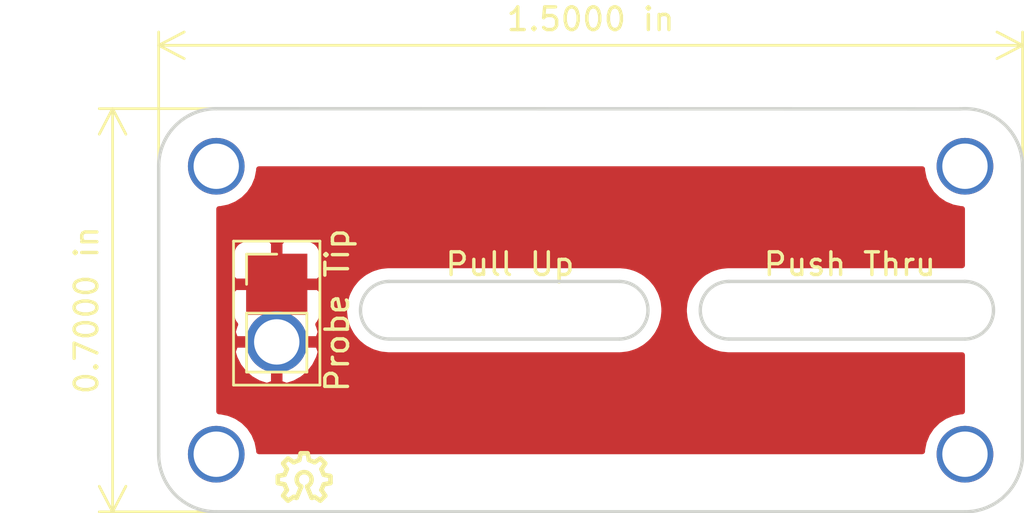
<source format=kicad_pcb>
(kicad_pcb (version 20171130) (host pcbnew "(5.1.6)-1")

  (general
    (thickness 1.6)
    (drawings 89)
    (tracks 0)
    (zones 0)
    (modules 5)
    (nets 2)
  )

  (page A4)
  (layers
    (0 F.Cu signal)
    (31 B.Cu signal)
    (32 B.Adhes user)
    (33 F.Adhes user)
    (34 B.Paste user)
    (35 F.Paste user)
    (36 B.SilkS user)
    (37 F.SilkS user)
    (38 B.Mask user)
    (39 F.Mask user)
    (40 Dwgs.User user)
    (41 Cmts.User user)
    (42 Eco1.User user)
    (43 Eco2.User user)
    (44 Edge.Cuts user)
    (45 Margin user)
    (46 B.CrtYd user)
    (47 F.CrtYd user)
    (48 B.Fab user)
    (49 F.Fab user)
  )

  (setup
    (last_trace_width 0.25)
    (trace_clearance 0.2)
    (zone_clearance 0.508)
    (zone_45_only no)
    (trace_min 0.2)
    (via_size 0.8)
    (via_drill 0.4)
    (via_min_size 0.4)
    (via_min_drill 0.3)
    (uvia_size 0.3)
    (uvia_drill 0.1)
    (uvias_allowed no)
    (uvia_min_size 0.2)
    (uvia_min_drill 0.1)
    (edge_width 0.05)
    (segment_width 0.2)
    (pcb_text_width 0.3)
    (pcb_text_size 1.5 1.5)
    (mod_edge_width 0.12)
    (mod_text_size 1 1)
    (mod_text_width 0.15)
    (pad_size 2.7 2.7)
    (pad_drill 0)
    (pad_to_mask_clearance 0.05)
    (aux_axis_origin 0 0)
    (visible_elements 7FFFFFFF)
    (pcbplotparams
      (layerselection 0x010fc_ffffffff)
      (usegerberextensions false)
      (usegerberattributes true)
      (usegerberadvancedattributes true)
      (creategerberjobfile true)
      (excludeedgelayer true)
      (linewidth 0.100000)
      (plotframeref false)
      (viasonmask false)
      (mode 1)
      (useauxorigin false)
      (hpglpennumber 1)
      (hpglpenspeed 20)
      (hpglpendiameter 15.000000)
      (psnegative false)
      (psa4output false)
      (plotreference true)
      (plotvalue true)
      (plotinvisibletext false)
      (padsonsilk false)
      (subtractmaskfromsilk false)
      (outputformat 1)
      (mirror false)
      (drillshape 1)
      (scaleselection 1)
      (outputdirectory ""))
  )

  (net 0 "")
  (net 1 GNDREF)

  (net_class Default "This is the default net class."
    (clearance 0.2)
    (trace_width 0.25)
    (via_dia 0.8)
    (via_drill 0.4)
    (uvia_dia 0.3)
    (uvia_drill 0.1)
    (add_net GNDREF)
  )

  (module Connector_PinHeader_2.54mm:PinHeader_1x02_P2.54mm_Vertical (layer F.Cu) (tedit 5F54FA38) (tstamp 5F51EA7E)
    (at 99.187 61.087)
    (descr "Through hole straight pin header, 1x02, 2.54mm pitch, single row")
    (tags "Through hole pin header THT 1x02 2.54mm single row")
    (path /5F519C31)
    (fp_text reference J1 (at 0 -2.33) (layer F.SilkS) hide
      (effects (font (size 1 1) (thickness 0.15)))
    )
    (fp_text value Conn_01x02 (at 0 4.87) (layer F.Fab)
      (effects (font (size 1 1) (thickness 0.15)))
    )
    (fp_text user %R (at 0 1.27 90) (layer F.Fab)
      (effects (font (size 1 1) (thickness 0.15)))
    )
    (fp_line (start -0.635 -1.27) (end 1.27 -1.27) (layer F.Fab) (width 0.1))
    (fp_line (start 1.27 -1.27) (end 1.27 3.81) (layer F.Fab) (width 0.1))
    (fp_line (start 1.27 3.81) (end -1.27 3.81) (layer F.Fab) (width 0.1))
    (fp_line (start -1.27 3.81) (end -1.27 -0.635) (layer F.Fab) (width 0.1))
    (fp_line (start -1.27 -0.635) (end -0.635 -1.27) (layer F.Fab) (width 0.1))
    (fp_line (start -1.33 3.87) (end 1.33 3.87) (layer F.SilkS) (width 0.12))
    (fp_line (start -1.33 1.27) (end -1.33 3.87) (layer F.SilkS) (width 0.12))
    (fp_line (start 1.33 1.27) (end 1.33 3.87) (layer F.SilkS) (width 0.12))
    (fp_line (start -1.33 1.27) (end 1.33 1.27) (layer F.SilkS) (width 0.12))
    (fp_line (start -1.33 0) (end -1.33 -1.33) (layer F.SilkS) (width 0.12))
    (fp_line (start -1.33 -1.33) (end 0 -1.33) (layer F.SilkS) (width 0.12))
    (fp_line (start -1.8 -1.8) (end -1.8 4.35) (layer F.CrtYd) (width 0.05))
    (fp_line (start -1.8 4.35) (end 1.8 4.35) (layer F.CrtYd) (width 0.05))
    (fp_line (start 1.8 4.35) (end 1.8 -1.8) (layer F.CrtYd) (width 0.05))
    (fp_line (start 1.8 -1.8) (end -1.8 -1.8) (layer F.CrtYd) (width 0.05))
    (pad 2 thru_hole oval (at 0 2.54) (size 2.7 2.7) (drill 2) (layers *.Cu *.Mask)
      (net 1 GNDREF))
    (pad 1 smd rect (at 0 0) (size 2.7 2.7) (layers F.Cu F.Paste F.Mask)
      (net 1 GNDREF))
  )

  (module MountingHole:MountingHole_2mm (layer F.Cu) (tedit 5F54F92F) (tstamp 5F51EA4B)
    (at 129.54 68.58)
    (descr "Mounting Hole 2mm, no annular")
    (tags "mounting hole 2mm no annular")
    (path /5F519B81)
    (attr virtual)
    (fp_text reference H4 (at 0 -3.2) (layer F.SilkS) hide
      (effects (font (size 1 1) (thickness 0.15)))
    )
    (fp_text value MountingHole (at 0 3.1) (layer F.Fab) hide
      (effects (font (size 1 1) (thickness 0.15)))
    )
    (fp_circle (center 0 0) (end 2.25 0) (layer F.CrtYd) (width 0.05))
    (fp_circle (center 0 0) (end 2 0) (layer Cmts.User) (width 0.15))
    (fp_text user %R (at 0.3 0) (layer F.Fab) hide
      (effects (font (size 1 1) (thickness 0.15)))
    )
    (pad "" np_thru_hole circle (at 0 0) (size 2.5 2.5) (drill 2) (layers *.Cu *.Mask))
  )

  (module MountingHole:MountingHole_2mm (layer F.Cu) (tedit 5F54F911) (tstamp 5F51EA43)
    (at 96.52 68.58)
    (descr "Mounting Hole 2mm, no annular")
    (tags "mounting hole 2mm no annular")
    (path /5F5199DC)
    (attr virtual)
    (fp_text reference H3 (at 0 -3.2) (layer F.SilkS) hide
      (effects (font (size 1 1) (thickness 0.15)))
    )
    (fp_text value MountingHole (at 0 3.1) (layer F.Fab) hide
      (effects (font (size 1 1) (thickness 0.15)))
    )
    (fp_circle (center 0 0) (end 2.25 0) (layer F.CrtYd) (width 0.05))
    (fp_circle (center 0 0) (end 2 0) (layer Cmts.User) (width 0.15))
    (fp_text user %R (at 0.3 0) (layer F.Fab) hide
      (effects (font (size 1 1) (thickness 0.15)))
    )
    (pad "" np_thru_hole circle (at 0 0) (size 2.5 2.5) (drill 2) (layers *.Cu *.Mask))
  )

  (module MountingHole:MountingHole_2mm (layer F.Cu) (tedit 5F54F91A) (tstamp 5F51EA3B)
    (at 129.54 55.88)
    (descr "Mounting Hole 2mm, no annular")
    (tags "mounting hole 2mm no annular")
    (path /5F519860)
    (attr virtual)
    (fp_text reference H2 (at 0 -3.2) (layer F.SilkS) hide
      (effects (font (size 1 1) (thickness 0.15)))
    )
    (fp_text value MountingHole (at 0 2.794) (layer F.Fab) hide
      (effects (font (size 1 1) (thickness 0.15)))
    )
    (fp_circle (center 0 0) (end 2.25 0) (layer F.CrtYd) (width 0.05))
    (fp_circle (center 0 0) (end 2 0) (layer Cmts.User) (width 0.15))
    (fp_text user %R (at 0.3 0) (layer F.Fab) hide
      (effects (font (size 1 1) (thickness 0.15)))
    )
    (pad "" np_thru_hole circle (at 0 0) (size 2.5 2.5) (drill 2) (layers *.Cu *.Mask))
  )

  (module MountingHole:MountingHole_2mm (layer F.Cu) (tedit 5F54F902) (tstamp 5F51EA33)
    (at 96.52 55.88)
    (descr "Mounting Hole 2mm, no annular")
    (tags "mounting hole 2mm no annular")
    (path /5F51929B)
    (attr virtual)
    (fp_text reference H1 (at 0 -3.2) (layer F.SilkS) hide
      (effects (font (size 1 1) (thickness 0.15)))
    )
    (fp_text value MountingHole (at 0 3.1) (layer F.Fab) hide
      (effects (font (size 1 1) (thickness 0.15)))
    )
    (fp_circle (center 0 0) (end 2.25 0) (layer F.CrtYd) (width 0.05))
    (fp_circle (center 0 0) (end 2 0) (layer Cmts.User) (width 0.15))
    (fp_text user %R (at 0.3 0) (layer F.Fab) hide
      (effects (font (size 1 1) (thickness 0.15)))
    )
    (pad "" np_thru_hole circle (at 0 0) (size 2.5 2.5) (drill 2) (layers *.Cu *.Mask))
  )

  (dimension 17.78 (width 0.12) (layer F.SilkS)
    (gr_text "0.7000 in" (at 90.678 62.23 270) (layer F.SilkS)
      (effects (font (size 1 1) (thickness 0.15)))
    )
    (feature1 (pts (xy 97.79 71.12) (xy 91.361579 71.12)))
    (feature2 (pts (xy 97.79 53.34) (xy 91.361579 53.34)))
    (crossbar (pts (xy 91.948 53.34) (xy 91.948 71.12)))
    (arrow1a (pts (xy 91.948 71.12) (xy 91.361579 69.993496)))
    (arrow1b (pts (xy 91.948 71.12) (xy 92.534421 69.993496)))
    (arrow2a (pts (xy 91.948 53.34) (xy 91.361579 54.466504)))
    (arrow2b (pts (xy 91.948 53.34) (xy 92.534421 54.466504)))
  )
  (dimension 38.1 (width 0.12) (layer F.SilkS)
    (gr_text "1.5 in" (at 113.03 49.276) (layer F.SilkS)
      (effects (font (size 1 1) (thickness 0.15)))
    )
    (feature1 (pts (xy 132.08 55.88) (xy 132.08 49.959579)))
    (feature2 (pts (xy 93.98 55.88) (xy 93.98 49.959579)))
    (crossbar (pts (xy 93.98 50.546) (xy 132.08 50.546)))
    (arrow1a (pts (xy 132.08 50.546) (xy 130.953496 51.132421)))
    (arrow1b (pts (xy 132.08 50.546) (xy 130.953496 49.959579)))
    (arrow2a (pts (xy 93.98 50.546) (xy 95.106504 51.132421)))
    (arrow2b (pts (xy 93.98 50.546) (xy 95.106504 49.959579)))
  )
  (gr_arc (start 101.107376 70.609359) (end 101.09897 70.621783) (angle -79.08031138) (layer F.SilkS) (width 0.2))
  (gr_line (start 101.256862 69.917454) (end 101.160172 70.150884) (layer F.SilkS) (width 0.2))
  (gr_arc (start 100.737119 70.491725) (end 100.723232 70.497395) (angle -90.2895947) (layer F.SilkS) (width 0.2))
  (gr_arc (start 101.27072 69.923194) (end 101.267879 69.908465) (angle -56.58031138) (layer F.SilkS) (width 0.2))
  (gr_line (start 101.161606 70.16503) (end 101.320647 70.400106) (layer F.SilkS) (width 0.2))
  (gr_line (start 101.546562 69.8547) (end 101.267879 69.908465) (layer F.SilkS) (width 0.2))
  (gr_line (start 100.723232 70.497395) (end 100.526442 70.015428) (layer F.SilkS) (width 0.2))
  (gr_arc (start 101.17403 70.156624) (end 101.160172 70.150884) (angle -56.58031138) (layer F.SilkS) (width 0.2))
  (gr_arc (start 101.543721 69.839972) (end 101.546562 69.8547) (angle -79.08031138) (layer F.SilkS) (width 0.2))
  (gr_arc (start 100.855489 70.475166) (end 100.863894 70.462742) (angle -56.58031138) (layer F.SilkS) (width 0.2))
  (gr_arc (start 101.308224 70.408512) (end 101.31883 70.419118) (angle -79.08031138) (layer F.SilkS) (width 0.2))
  (gr_line (start 101.31883 70.419118) (end 101.117982 70.619966) (layer F.SilkS) (width 0.2))
  (gr_line (start 101.09897 70.621783) (end 100.863894 70.462742) (layer F.SilkS) (width 0.2))
  (gr_arc (start 100.540329 70.009758) (end 100.534058 69.996132) (angle -87.49537326) (layer F.SilkS) (width 0.2))
  (gr_line (start 100.849748 70.461308) (end 100.742859 70.505583) (layer F.SilkS) (width 0.2))
  (gr_line (start 101.320647 68.995795) (end 101.161606 69.230872) (layer F.SilkS) (width 0.2))
  (gr_arc (start 100.855489 68.920736) (end 100.849748 68.934594) (angle -56.58031138) (layer F.SilkS) (width 0.2))
  (gr_line (start 100.616318 68.837904) (end 100.849748 68.934594) (layer F.SilkS) (width 0.2))
  (gr_line (start 99.943882 68.934594) (end 100.177312 68.837904) (layer F.SilkS) (width 0.2))
  (gr_arc (start 99.686254 68.786542) (end 99.69466 68.774118) (angle -79.08031138) (layer F.SilkS) (width 0.2))
  (gr_arc (start 100.622058 68.824045) (end 100.60733 68.826887) (angle -56.58031138) (layer F.SilkS) (width 0.2))
  (gr_arc (start 100.171572 68.824045) (end 100.177312 68.837904) (angle -56.58031138) (layer F.SilkS) (width 0.2))
  (gr_arc (start 99.938141 68.920736) (end 99.929736 68.933159) (angle -56.58031138) (layer F.SilkS) (width 0.2))
  (gr_line (start 100.186301 68.826887) (end 100.240066 68.548204) (layer F.SilkS) (width 0.2))
  (gr_line (start 99.632024 69.230872) (end 99.472983 68.995795) (layer F.SilkS) (width 0.2))
  (gr_arc (start 101.17403 69.239277) (end 101.161606 69.230872) (angle -56.58031138) (layer F.SilkS) (width 0.2))
  (gr_line (start 101.117982 68.775936) (end 101.31883 68.976783) (layer F.SilkS) (width 0.2))
  (gr_line (start 100.863894 68.933159) (end 101.09897 68.774118) (layer F.SilkS) (width 0.2))
  (gr_line (start 100.553564 68.548204) (end 100.60733 68.826887) (layer F.SilkS) (width 0.2))
  (gr_line (start 99.4748 68.976783) (end 99.675648 68.775936) (layer F.SilkS) (width 0.2))
  (gr_arc (start 101.308224 68.98739) (end 101.320647 68.995795) (angle -79.08031138) (layer F.SilkS) (width 0.2))
  (gr_arc (start 101.107376 68.786542) (end 101.117982 68.775936) (angle -79.08031138) (layer F.SilkS) (width 0.2))
  (gr_arc (start 100.254794 68.551045) (end 100.254794 68.536045) (angle -79.08031138) (layer F.SilkS) (width 0.2))
  (gr_arc (start 99.6196 69.239277) (end 99.633458 69.245017) (angle -56.58031138) (layer F.SilkS) (width 0.2))
  (gr_line (start 99.69466 68.774118) (end 99.929736 68.933159) (layer F.SilkS) (width 0.2))
  (gr_line (start 101.558721 69.55593) (end 101.558721 69.839972) (layer F.SilkS) (width 0.2))
  (gr_arc (start 101.543721 69.55593) (end 101.558721 69.55593) (angle -79.08031138) (layer F.SilkS) (width 0.2))
  (gr_line (start 100.254794 68.536045) (end 100.538836 68.536045) (layer F.SilkS) (width 0.2))
  (gr_line (start 101.267879 69.487436) (end 101.546562 69.541202) (layer F.SilkS) (width 0.2))
  (gr_arc (start 101.27072 69.472708) (end 101.256862 69.478448) (angle -56.58031138) (layer F.SilkS) (width 0.2))
  (gr_line (start 101.160172 69.245017) (end 101.256862 69.478448) (layer F.SilkS) (width 0.2))
  (gr_arc (start 100.538836 68.551045) (end 100.553564 68.548204) (angle -79.08031138) (layer F.SilkS) (width 0.2))
  (gr_arc (start 99.485406 68.98739) (end 99.4748 68.976783) (angle -79.08031138) (layer F.SilkS) (width 0.2))
  (gr_arc (start 99.24991 69.55593) (end 99.247068 69.541202) (angle -79.08031138) (layer F.SilkS) (width 0.2))
  (gr_line (start 99.23491 69.839972) (end 99.23491 69.55593) (layer F.SilkS) (width 0.2))
  (gr_arc (start 99.24991 69.839972) (end 99.23491 69.839972) (angle -79.08031138) (layer F.SilkS) (width 0.2))
  (gr_line (start 99.525751 69.908465) (end 99.247068 69.8547) (layer F.SilkS) (width 0.2))
  (gr_line (start 99.633458 70.150884) (end 99.536768 69.917454) (layer F.SilkS) (width 0.2))
  (gr_arc (start 99.6196 70.156624) (end 99.632024 70.16503) (angle -56.58031138) (layer F.SilkS) (width 0.2))
  (gr_line (start 100.050771 70.505583) (end 99.943882 70.461308) (layer F.SilkS) (width 0.2))
  (gr_line (start 99.472983 70.400106) (end 99.632024 70.16503) (layer F.SilkS) (width 0.2))
  (gr_arc (start 99.485406 70.408512) (end 99.472983 70.400106) (angle -79.08031138) (layer F.SilkS) (width 0.2))
  (gr_line (start 99.675648 70.619966) (end 99.4748 70.419118) (layer F.SilkS) (width 0.2))
  (gr_line (start 100.267188 70.015428) (end 100.070399 70.497395) (layer F.SilkS) (width 0.2))
  (gr_arc (start 100.056512 70.491725) (end 100.050771 70.505583) (angle -90.2895947) (layer F.SilkS) (width 0.2))
  (gr_arc (start 99.686254 70.609359) (end 99.675648 70.619966) (angle -79.08031138) (layer F.SilkS) (width 0.2))
  (gr_arc (start 99.938141 70.475166) (end 99.943882 70.461308) (angle -56.58031138) (layer F.SilkS) (width 0.2))
  (gr_arc (start 100.253301 70.009758) (end 100.267188 70.015428) (angle -87.49537326) (layer F.SilkS) (width 0.2))
  (gr_line (start 99.929736 70.462742) (end 99.69466 70.621783) (layer F.SilkS) (width 0.2))
  (gr_arc (start 99.52291 69.923194) (end 99.536768 69.917454) (angle -56.58031138) (layer F.SilkS) (width 0.2))
  (gr_line (start 99.536768 69.478448) (end 99.633458 69.245017) (layer F.SilkS) (width 0.2))
  (gr_arc (start 99.52291 69.472708) (end 99.525751 69.487436) (angle -56.58031138) (layer F.SilkS) (width 0.2))
  (gr_line (start 99.247068 69.541202) (end 99.525751 69.487436) (layer F.SilkS) (width 0.2))
  (gr_arc (start 100.396815 69.697951) (end 100.534058 69.996132) (angle -310.5699359) (layer F.SilkS) (width 0.2))
  (gr_text "Probe Tip" (at 101.854 62.23 90) (layer F.SilkS)
    (effects (font (size 1 1) (thickness 0.15)))
  )
  (gr_text "Pull Up" (at 109.474 60.198) (layer F.SilkS)
    (effects (font (size 1 1) (thickness 0.15)))
  )
  (gr_text "Push Thru" (at 124.46 60.198) (layer F.SilkS)
    (effects (font (size 1 1) (thickness 0.15)))
  )
  (gr_line (start 97.282 65.532) (end 97.282 59.182) (layer F.SilkS) (width 0.12) (tstamp 5F552466))
  (gr_line (start 101.092 65.532) (end 97.282 65.532) (layer F.SilkS) (width 0.12))
  (gr_line (start 101.092 59.182) (end 101.092 65.532) (layer F.SilkS) (width 0.12))
  (gr_line (start 97.282 59.182) (end 101.092 59.182) (layer F.SilkS) (width 0.12))
  (gr_arc (start 129.54 62.23) (end 129.54 60.96) (angle 180) (layer Edge.Cuts) (width 0.15) (tstamp 5F5523C5))
  (gr_line (start 104.14 63.5) (end 114.3 63.5) (layer Edge.Cuts) (width 0.15) (tstamp 5F5523B5))
  (gr_line (start 104.14 60.96) (end 114.3 60.96) (layer Edge.Cuts) (width 0.15) (tstamp 5F5523B5))
  (gr_arc (start 114.3 62.23) (end 114.3 60.96) (angle 180) (layer Edge.Cuts) (width 0.15) (tstamp 5F5523A1))
  (gr_arc (start 119.126 62.23) (end 119.126 60.96) (angle -180) (layer Edge.Cuts) (width 0.15) (tstamp 5F5523A1))
  (gr_arc (start 104.14 62.23) (end 104.14 60.96) (angle -180) (layer Edge.Cuts) (width 0.15))
  (gr_line (start 93.98 55.88) (end 93.98 68.58) (layer Edge.Cuts) (width 0.15) (tstamp 5F51EF03))
  (gr_line (start 132.08 55.88) (end 132.08 68.58) (layer Edge.Cuts) (width 0.15) (tstamp 5F51EEE7))
  (gr_line (start 119.126 63.5) (end 129.54 63.5) (layer Edge.Cuts) (width 0.15))
  (gr_line (start 119.126 60.96) (end 129.54 60.96) (layer Edge.Cuts) (width 0.15))
  (gr_line (start 96.52 71.12) (end 129.54 71.12) (layer Edge.Cuts) (width 0.15) (tstamp 5F51EEE1))
  (gr_arc (start 129.54 68.58) (end 129.54 71.12) (angle -90) (layer Edge.Cuts) (width 0.15))
  (gr_line (start 96.52 53.34) (end 129.327458 53.348908) (layer Edge.Cuts) (width 0.15) (tstamp 5F51EEDE))
  (gr_arc (start 129.54 55.88) (end 132.08 55.88) (angle -94.8) (layer Edge.Cuts) (width 0.15))
  (gr_arc (start 96.52 55.88) (end 96.52 53.34) (angle -90) (layer Edge.Cuts) (width 0.15))
  (gr_arc (start 96.52 68.58) (end 93.98 68.58) (angle -90) (layer Edge.Cuts) (width 0.15))

  (zone (net 1) (net_name GNDREF) (layer F.Cu) (tstamp 0) (hatch edge 0.508)
    (connect_pads (clearance 0.508))
    (min_thickness 0.254)
    (fill yes (arc_segments 32) (thermal_gap 0.508) (thermal_bridge_width 0.508))
    (polygon
      (pts
        (xy 129.54 68.58) (xy 96.52 68.58) (xy 96.52 55.88) (xy 129.54 55.88)
      )
    )
    (filled_polygon
      (pts
        (xy 127.655 56.065656) (xy 127.727439 56.429834) (xy 127.869534 56.772882) (xy 128.075825 57.081618) (xy 128.338382 57.344175)
        (xy 128.647118 57.550466) (xy 128.990166 57.692561) (xy 129.354344 57.765) (xy 129.413 57.765) (xy 129.413 60.25)
        (xy 119.091123 60.25) (xy 119.055464 60.253512) (xy 119.038984 60.253512) (xy 119.029125 60.254549) (xy 118.782808 60.282178)
        (xy 118.719887 60.295552) (xy 118.65674 60.308056) (xy 118.647271 60.310987) (xy 118.411013 60.385932) (xy 118.351892 60.411272)
        (xy 118.292369 60.435805) (xy 118.283649 60.44052) (xy 118.066446 60.559928) (xy 118.013372 60.59627) (xy 117.95975 60.631896)
        (xy 117.952112 60.638215) (xy 117.76224 60.797537) (xy 117.717225 60.843505) (xy 117.671557 60.888856) (xy 117.665291 60.896538)
        (xy 117.50998 61.089705) (xy 117.474754 61.143535) (xy 117.438757 61.196904) (xy 117.434103 61.205657) (xy 117.319271 61.425312)
        (xy 117.295172 61.484961) (xy 117.27023 61.544295) (xy 117.267365 61.553785) (xy 117.197383 61.791562) (xy 117.185335 61.854719)
        (xy 117.172384 61.917812) (xy 117.171417 61.927678) (xy 117.148953 62.174517) (xy 117.149402 62.238832) (xy 117.148953 62.303214)
        (xy 117.14992 62.31308) (xy 117.175828 62.559583) (xy 117.188764 62.622601) (xy 117.200826 62.685833) (xy 117.203692 62.695323)
        (xy 117.276987 62.932099) (xy 117.301916 62.991403) (xy 117.326029 63.051085) (xy 117.330683 63.059837) (xy 117.448571 63.277867)
        (xy 117.484541 63.331195) (xy 117.519793 63.385065) (xy 117.526058 63.392747) (xy 117.684051 63.583727) (xy 117.729706 63.629064)
        (xy 117.774736 63.675047) (xy 117.782374 63.681366) (xy 117.974452 63.83802) (xy 118.027997 63.873595) (xy 118.081149 63.909989)
        (xy 118.089869 63.914703) (xy 118.308717 64.031066) (xy 118.368208 64.055587) (xy 118.427357 64.080938) (xy 118.436825 64.083868)
        (xy 118.436829 64.08387) (xy 118.436833 64.083871) (xy 118.674108 64.155509) (xy 118.737205 64.168003) (xy 118.800179 64.181388)
        (xy 118.810034 64.182424) (xy 118.810038 64.182424) (xy 119.055986 64.206539) (xy 119.091123 64.21) (xy 129.413 64.21)
        (xy 129.413 66.695) (xy 129.354344 66.695) (xy 128.990166 66.767439) (xy 128.647118 66.909534) (xy 128.338382 67.115825)
        (xy 128.075825 67.378382) (xy 127.869534 67.687118) (xy 127.727439 68.030166) (xy 127.655 68.394344) (xy 127.655 68.453)
        (xy 98.405 68.453) (xy 98.405 68.394344) (xy 98.332561 68.030166) (xy 98.190466 67.687118) (xy 97.984175 67.378382)
        (xy 97.721618 67.115825) (xy 97.412882 66.909534) (xy 97.069834 66.767439) (xy 96.705656 66.695) (xy 96.647 66.695)
        (xy 96.647 64.062323) (xy 97.250323 64.062323) (xy 97.334856 64.341005) (xy 97.50974 64.688621) (xy 97.74908 64.995439)
        (xy 98.043678 65.249669) (xy 98.382214 65.441541) (xy 98.751677 65.563681) (xy 99.06 65.449187) (xy 99.06 63.754)
        (xy 99.314 63.754) (xy 99.314 65.449187) (xy 99.622323 65.563681) (xy 99.991786 65.441541) (xy 100.330322 65.249669)
        (xy 100.62492 64.995439) (xy 100.86426 64.688621) (xy 101.039144 64.341005) (xy 101.123677 64.062323) (xy 101.008829 63.754)
        (xy 99.314 63.754) (xy 99.06 63.754) (xy 97.365171 63.754) (xy 97.250323 64.062323) (xy 96.647 64.062323)
        (xy 96.647 62.437) (xy 97.198928 62.437) (xy 97.211188 62.561482) (xy 97.247498 62.68118) (xy 97.306463 62.791494)
        (xy 97.361961 62.859119) (xy 97.334856 62.912995) (xy 97.250323 63.191677) (xy 97.365171 63.5) (xy 99.06 63.5)
        (xy 99.06 61.214) (xy 99.314 61.214) (xy 99.314 63.5) (xy 101.008829 63.5) (xy 101.123677 63.191677)
        (xy 101.039144 62.912995) (xy 101.012039 62.859119) (xy 101.067537 62.791494) (xy 101.126502 62.68118) (xy 101.162812 62.561482)
        (xy 101.175072 62.437) (xy 101.174315 62.174517) (xy 102.162953 62.174517) (xy 102.163402 62.238832) (xy 102.162953 62.303214)
        (xy 102.16392 62.31308) (xy 102.189828 62.559583) (xy 102.202764 62.622601) (xy 102.214826 62.685833) (xy 102.217692 62.695323)
        (xy 102.290987 62.932099) (xy 102.315916 62.991403) (xy 102.340029 63.051085) (xy 102.344683 63.059837) (xy 102.462571 63.277867)
        (xy 102.498541 63.331195) (xy 102.533793 63.385065) (xy 102.540058 63.392747) (xy 102.698051 63.583727) (xy 102.743706 63.629064)
        (xy 102.788736 63.675047) (xy 102.796374 63.681366) (xy 102.988452 63.83802) (xy 103.041997 63.873595) (xy 103.095149 63.909989)
        (xy 103.103869 63.914703) (xy 103.322717 64.031066) (xy 103.382208 64.055587) (xy 103.441357 64.080938) (xy 103.450825 64.083868)
        (xy 103.450829 64.08387) (xy 103.450833 64.083871) (xy 103.688108 64.155509) (xy 103.751205 64.168003) (xy 103.814179 64.181388)
        (xy 103.824034 64.182424) (xy 103.824038 64.182424) (xy 104.069986 64.206539) (xy 104.105123 64.21) (xy 114.334877 64.21)
        (xy 114.370536 64.206488) (xy 114.387017 64.206488) (xy 114.396876 64.205451) (xy 114.643192 64.177822) (xy 114.706113 64.164448)
        (xy 114.76926 64.151944) (xy 114.778729 64.149013) (xy 115.014987 64.074068) (xy 115.074108 64.048728) (xy 115.133631 64.024195)
        (xy 115.142352 64.01948) (xy 115.359554 63.900071) (xy 115.412625 63.863732) (xy 115.46625 63.828104) (xy 115.473888 63.821785)
        (xy 115.66376 63.662463) (xy 115.708773 63.616497) (xy 115.754444 63.571144) (xy 115.760709 63.563462) (xy 115.91602 63.370295)
        (xy 115.951261 63.316442) (xy 115.987243 63.263096) (xy 115.991897 63.254343) (xy 116.106728 63.034688) (xy 116.130814 62.975072)
        (xy 116.15577 62.915705) (xy 116.158635 62.906214) (xy 116.228617 62.668438) (xy 116.24067 62.605257) (xy 116.253616 62.542189)
        (xy 116.254583 62.532323) (xy 116.277047 62.285483) (xy 116.276598 62.221168) (xy 116.277047 62.156786) (xy 116.27608 62.14692)
        (xy 116.250172 61.900417) (xy 116.237236 61.837399) (xy 116.225174 61.774167) (xy 116.222308 61.764677) (xy 116.149013 61.527901)
        (xy 116.124084 61.468597) (xy 116.099971 61.408915) (xy 116.095317 61.400163) (xy 115.977429 61.182133) (xy 115.941459 61.128805)
        (xy 115.906207 61.074935) (xy 115.899941 61.067253) (xy 115.741949 60.876273) (xy 115.696294 60.830936) (xy 115.651264 60.784953)
        (xy 115.643626 60.778634) (xy 115.451548 60.621979) (xy 115.397959 60.586375) (xy 115.34485 60.550011) (xy 115.33613 60.545296)
        (xy 115.117283 60.428934) (xy 115.057792 60.404413) (xy 114.998643 60.379062) (xy 114.989173 60.376131) (xy 114.989175 60.376131)
        (xy 114.989167 60.376129) (xy 114.751892 60.304491) (xy 114.688795 60.291997) (xy 114.625821 60.278612) (xy 114.615966 60.277576)
        (xy 114.615962 60.277576) (xy 114.370014 60.253461) (xy 114.334877 60.25) (xy 104.105123 60.25) (xy 104.069464 60.253512)
        (xy 104.052984 60.253512) (xy 104.043125 60.254549) (xy 103.796808 60.282178) (xy 103.733887 60.295552) (xy 103.67074 60.308056)
        (xy 103.661271 60.310987) (xy 103.425013 60.385932) (xy 103.365892 60.411272) (xy 103.306369 60.435805) (xy 103.297649 60.44052)
        (xy 103.080446 60.559928) (xy 103.027372 60.59627) (xy 102.97375 60.631896) (xy 102.966112 60.638215) (xy 102.77624 60.797537)
        (xy 102.731225 60.843505) (xy 102.685557 60.888856) (xy 102.679291 60.896538) (xy 102.52398 61.089705) (xy 102.488754 61.143535)
        (xy 102.452757 61.196904) (xy 102.448103 61.205657) (xy 102.333271 61.425312) (xy 102.309172 61.484961) (xy 102.28423 61.544295)
        (xy 102.281365 61.553785) (xy 102.211383 61.791562) (xy 102.199335 61.854719) (xy 102.186384 61.917812) (xy 102.185417 61.927678)
        (xy 102.162953 62.174517) (xy 101.174315 62.174517) (xy 101.172 61.37275) (xy 101.01325 61.214) (xy 99.314 61.214)
        (xy 99.06 61.214) (xy 97.36075 61.214) (xy 97.202 61.37275) (xy 97.198928 62.437) (xy 96.647 62.437)
        (xy 96.647 59.737) (xy 97.198928 59.737) (xy 97.202 60.80125) (xy 97.36075 60.96) (xy 99.06 60.96)
        (xy 99.06 59.26075) (xy 99.314 59.26075) (xy 99.314 60.96) (xy 101.01325 60.96) (xy 101.172 60.80125)
        (xy 101.175072 59.737) (xy 101.162812 59.612518) (xy 101.126502 59.49282) (xy 101.067537 59.382506) (xy 100.988185 59.285815)
        (xy 100.891494 59.206463) (xy 100.78118 59.147498) (xy 100.661482 59.111188) (xy 100.537 59.098928) (xy 99.47275 59.102)
        (xy 99.314 59.26075) (xy 99.06 59.26075) (xy 98.90125 59.102) (xy 97.837 59.098928) (xy 97.712518 59.111188)
        (xy 97.59282 59.147498) (xy 97.482506 59.206463) (xy 97.385815 59.285815) (xy 97.306463 59.382506) (xy 97.247498 59.49282)
        (xy 97.211188 59.612518) (xy 97.198928 59.737) (xy 96.647 59.737) (xy 96.647 57.765) (xy 96.705656 57.765)
        (xy 97.069834 57.692561) (xy 97.412882 57.550466) (xy 97.721618 57.344175) (xy 97.984175 57.081618) (xy 98.190466 56.772882)
        (xy 98.332561 56.429834) (xy 98.405 56.065656) (xy 98.405 56.007) (xy 127.655 56.007)
      )
    )
  )
)

</source>
